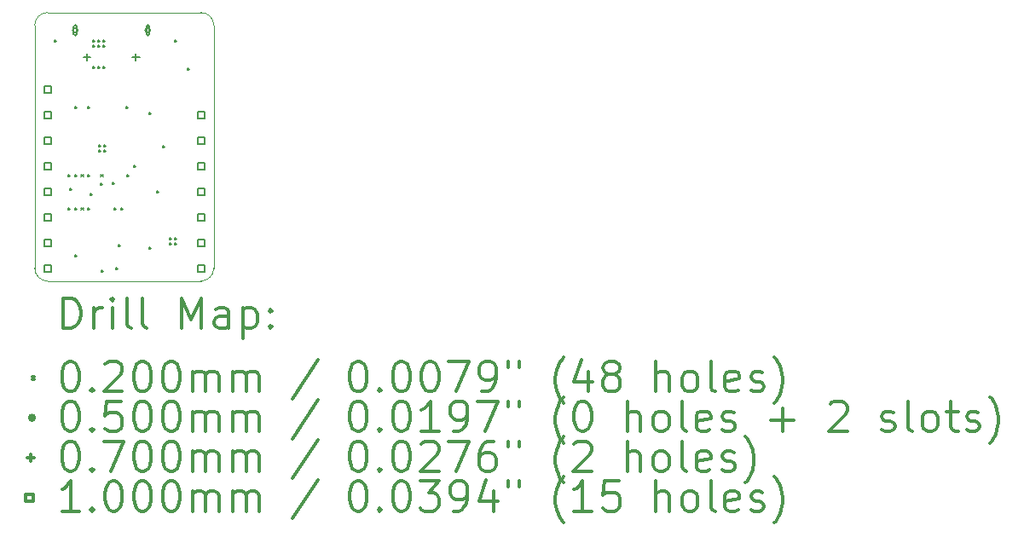
<source format=gbr>
%FSLAX45Y45*%
G04 Gerber Fmt 4.5, Leading zero omitted, Abs format (unit mm)*
G04 Created by KiCad (PCBNEW (5.1.10)-1) date 2021-11-12 00:24:01*
%MOMM*%
%LPD*%
G01*
G04 APERTURE LIST*
%TA.AperFunction,Profile*%
%ADD10C,0.050000*%
%TD*%
%ADD11C,0.200000*%
%ADD12C,0.300000*%
G04 APERTURE END LIST*
D10*
X10287000Y-7239000D02*
G75*
G02*
X10414000Y-7112000I127000J0D01*
G01*
X11938000Y-7112000D02*
G75*
G02*
X12065000Y-7239000I0J-127000D01*
G01*
X12065000Y-9652000D02*
G75*
G02*
X11938000Y-9779000I-127000J0D01*
G01*
X10414000Y-9779000D02*
G75*
G02*
X10287000Y-9652000I0J127000D01*
G01*
X10287000Y-7239000D02*
X10287000Y-9652000D01*
X11938000Y-7112000D02*
X10414000Y-7112000D01*
X12065000Y-9652000D02*
X12065000Y-7239000D01*
X10414000Y-9779000D02*
X11938000Y-9779000D01*
D11*
X10480200Y-7381400D02*
X10500200Y-7401400D01*
X10500200Y-7381400D02*
X10480200Y-7401400D01*
X10620000Y-8720000D02*
X10640000Y-8740000D01*
X10640000Y-8720000D02*
X10620000Y-8740000D01*
X10620000Y-9050000D02*
X10640000Y-9070000D01*
X10640000Y-9050000D02*
X10620000Y-9070000D01*
X10632600Y-8854600D02*
X10652600Y-8874600D01*
X10652600Y-8854600D02*
X10632600Y-8874600D01*
X10683400Y-8041800D02*
X10703400Y-8061800D01*
X10703400Y-8041800D02*
X10683400Y-8061800D01*
X10683400Y-9515000D02*
X10703400Y-9535000D01*
X10703400Y-9515000D02*
X10683400Y-9535000D01*
X10685000Y-8720000D02*
X10705000Y-8740000D01*
X10705000Y-8720000D02*
X10685000Y-8740000D01*
X10685000Y-9050000D02*
X10705000Y-9070000D01*
X10705000Y-9050000D02*
X10685000Y-9070000D01*
X10750000Y-8720000D02*
X10770000Y-8740000D01*
X10770000Y-8720000D02*
X10750000Y-8740000D01*
X10750000Y-9050000D02*
X10770000Y-9070000D01*
X10770000Y-9050000D02*
X10750000Y-9070000D01*
X10810400Y-8041800D02*
X10830400Y-8061800D01*
X10830400Y-8041800D02*
X10810400Y-8061800D01*
X10815000Y-8720000D02*
X10835000Y-8740000D01*
X10835000Y-8720000D02*
X10815000Y-8740000D01*
X10815000Y-9050000D02*
X10835000Y-9070000D01*
X10835000Y-9050000D02*
X10815000Y-9070000D01*
X10835800Y-8905400D02*
X10855800Y-8925400D01*
X10855800Y-8905400D02*
X10835800Y-8925400D01*
X10861200Y-7381400D02*
X10881200Y-7401400D01*
X10881200Y-7381400D02*
X10861200Y-7401400D01*
X10861200Y-7432200D02*
X10881200Y-7452200D01*
X10881200Y-7432200D02*
X10861200Y-7452200D01*
X10861200Y-7648100D02*
X10881200Y-7668100D01*
X10881200Y-7648100D02*
X10861200Y-7668100D01*
X10912000Y-7381400D02*
X10932000Y-7401400D01*
X10932000Y-7381400D02*
X10912000Y-7401400D01*
X10912000Y-7432200D02*
X10932000Y-7452200D01*
X10932000Y-7432200D02*
X10912000Y-7452200D01*
X10912000Y-7648100D02*
X10932000Y-7668100D01*
X10932000Y-7648100D02*
X10912000Y-7668100D01*
X10924700Y-8422800D02*
X10944700Y-8442800D01*
X10944700Y-8422800D02*
X10924700Y-8442800D01*
X10924700Y-8473600D02*
X10944700Y-8493600D01*
X10944700Y-8473600D02*
X10924700Y-8493600D01*
X10937400Y-8803800D02*
X10957400Y-8823800D01*
X10957400Y-8803800D02*
X10937400Y-8823800D01*
X10945000Y-8720000D02*
X10965000Y-8740000D01*
X10965000Y-8720000D02*
X10945000Y-8740000D01*
X10950100Y-9667400D02*
X10970100Y-9687400D01*
X10970100Y-9667400D02*
X10950100Y-9687400D01*
X10962800Y-7381400D02*
X10982800Y-7401400D01*
X10982800Y-7381400D02*
X10962800Y-7401400D01*
X10962800Y-7432200D02*
X10982800Y-7452200D01*
X10982800Y-7432200D02*
X10962800Y-7452200D01*
X10962800Y-7648100D02*
X10982800Y-7668100D01*
X10982800Y-7648100D02*
X10962800Y-7668100D01*
X10975500Y-8422800D02*
X10995500Y-8442800D01*
X10995500Y-8422800D02*
X10975500Y-8442800D01*
X10975500Y-8473600D02*
X10995500Y-8493600D01*
X10995500Y-8473600D02*
X10975500Y-8493600D01*
X11058954Y-8798354D02*
X11078954Y-8818354D01*
X11078954Y-8798354D02*
X11058954Y-8818354D01*
X11075000Y-9050000D02*
X11095000Y-9070000D01*
X11095000Y-9050000D02*
X11075000Y-9070000D01*
X11089800Y-9642000D02*
X11109800Y-9662000D01*
X11109800Y-9642000D02*
X11089800Y-9662000D01*
X11115200Y-9413400D02*
X11135200Y-9433400D01*
X11135200Y-9413400D02*
X11115200Y-9433400D01*
X11140000Y-9050000D02*
X11160000Y-9070000D01*
X11160000Y-9050000D02*
X11140000Y-9070000D01*
X11191400Y-8041800D02*
X11211400Y-8061800D01*
X11211400Y-8041800D02*
X11191400Y-8061800D01*
X11204500Y-8720000D02*
X11224500Y-8740000D01*
X11224500Y-8720000D02*
X11204500Y-8740000D01*
X11267600Y-8626000D02*
X11287600Y-8646000D01*
X11287600Y-8626000D02*
X11267600Y-8646000D01*
X11420000Y-8105300D02*
X11440000Y-8125300D01*
X11440000Y-8105300D02*
X11420000Y-8125300D01*
X11420000Y-9438800D02*
X11440000Y-9458800D01*
X11440000Y-9438800D02*
X11420000Y-9458800D01*
X11496200Y-8880000D02*
X11516200Y-8900000D01*
X11516200Y-8880000D02*
X11496200Y-8900000D01*
X11559700Y-8435500D02*
X11579700Y-8455500D01*
X11579700Y-8435500D02*
X11559700Y-8455500D01*
X11623200Y-9349900D02*
X11643200Y-9369900D01*
X11643200Y-9349900D02*
X11623200Y-9369900D01*
X11623200Y-9400700D02*
X11643200Y-9420700D01*
X11643200Y-9400700D02*
X11623200Y-9420700D01*
X11674000Y-7381400D02*
X11694000Y-7401400D01*
X11694000Y-7381400D02*
X11674000Y-7401400D01*
X11674000Y-9349900D02*
X11694000Y-9369900D01*
X11694000Y-9349900D02*
X11674000Y-9369900D01*
X11674000Y-9400700D02*
X11694000Y-9420700D01*
X11694000Y-9400700D02*
X11674000Y-9420700D01*
X11801000Y-7660800D02*
X11821000Y-7680800D01*
X11821000Y-7660800D02*
X11801000Y-7680800D01*
X10714000Y-7287000D02*
G75*
G03*
X10714000Y-7287000I-25000J0D01*
G01*
X10674000Y-7247000D02*
X10674000Y-7327000D01*
X10704000Y-7247000D02*
X10704000Y-7327000D01*
X10674000Y-7327000D02*
G75*
G03*
X10704000Y-7327000I15000J0D01*
G01*
X10704000Y-7247000D02*
G75*
G03*
X10674000Y-7247000I-15000J0D01*
G01*
X11434000Y-7287000D02*
G75*
G03*
X11434000Y-7287000I-25000J0D01*
G01*
X11394000Y-7247000D02*
X11394000Y-7327000D01*
X11424000Y-7247000D02*
X11424000Y-7327000D01*
X11394000Y-7327000D02*
G75*
G03*
X11424000Y-7327000I15000J0D01*
G01*
X11424000Y-7247000D02*
G75*
G03*
X11394000Y-7247000I-15000J0D01*
G01*
X10806500Y-7517000D02*
X10806500Y-7587000D01*
X10771500Y-7552000D02*
X10841500Y-7552000D01*
X11291500Y-7517000D02*
X11291500Y-7587000D01*
X11256500Y-7552000D02*
X11326500Y-7552000D01*
X10449356Y-7909356D02*
X10449356Y-7838644D01*
X10378644Y-7838644D01*
X10378644Y-7909356D01*
X10449356Y-7909356D01*
X10449356Y-8163356D02*
X10449356Y-8092644D01*
X10378644Y-8092644D01*
X10378644Y-8163356D01*
X10449356Y-8163356D01*
X10449356Y-8417356D02*
X10449356Y-8346644D01*
X10378644Y-8346644D01*
X10378644Y-8417356D01*
X10449356Y-8417356D01*
X10449356Y-8671356D02*
X10449356Y-8600644D01*
X10378644Y-8600644D01*
X10378644Y-8671356D01*
X10449356Y-8671356D01*
X10449356Y-8925356D02*
X10449356Y-8854644D01*
X10378644Y-8854644D01*
X10378644Y-8925356D01*
X10449356Y-8925356D01*
X10449356Y-9179356D02*
X10449356Y-9108644D01*
X10378644Y-9108644D01*
X10378644Y-9179356D01*
X10449356Y-9179356D01*
X10449356Y-9433356D02*
X10449356Y-9362644D01*
X10378644Y-9362644D01*
X10378644Y-9433356D01*
X10449356Y-9433356D01*
X10449356Y-9687356D02*
X10449356Y-9616644D01*
X10378644Y-9616644D01*
X10378644Y-9687356D01*
X10449356Y-9687356D01*
X11973356Y-8163356D02*
X11973356Y-8092644D01*
X11902644Y-8092644D01*
X11902644Y-8163356D01*
X11973356Y-8163356D01*
X11973356Y-8417356D02*
X11973356Y-8346644D01*
X11902644Y-8346644D01*
X11902644Y-8417356D01*
X11973356Y-8417356D01*
X11973356Y-8671356D02*
X11973356Y-8600644D01*
X11902644Y-8600644D01*
X11902644Y-8671356D01*
X11973356Y-8671356D01*
X11973356Y-8925356D02*
X11973356Y-8854644D01*
X11902644Y-8854644D01*
X11902644Y-8925356D01*
X11973356Y-8925356D01*
X11973356Y-9179356D02*
X11973356Y-9108644D01*
X11902644Y-9108644D01*
X11902644Y-9179356D01*
X11973356Y-9179356D01*
X11973356Y-9433356D02*
X11973356Y-9362644D01*
X11902644Y-9362644D01*
X11902644Y-9433356D01*
X11973356Y-9433356D01*
X11973356Y-9687356D02*
X11973356Y-9616644D01*
X11902644Y-9616644D01*
X11902644Y-9687356D01*
X11973356Y-9687356D01*
D12*
X10570928Y-10247214D02*
X10570928Y-9947214D01*
X10642357Y-9947214D01*
X10685214Y-9961500D01*
X10713786Y-9990072D01*
X10728071Y-10018643D01*
X10742357Y-10075786D01*
X10742357Y-10118643D01*
X10728071Y-10175786D01*
X10713786Y-10204357D01*
X10685214Y-10232929D01*
X10642357Y-10247214D01*
X10570928Y-10247214D01*
X10870928Y-10247214D02*
X10870928Y-10047214D01*
X10870928Y-10104357D02*
X10885214Y-10075786D01*
X10899500Y-10061500D01*
X10928071Y-10047214D01*
X10956643Y-10047214D01*
X11056643Y-10247214D02*
X11056643Y-10047214D01*
X11056643Y-9947214D02*
X11042357Y-9961500D01*
X11056643Y-9975786D01*
X11070928Y-9961500D01*
X11056643Y-9947214D01*
X11056643Y-9975786D01*
X11242357Y-10247214D02*
X11213786Y-10232929D01*
X11199500Y-10204357D01*
X11199500Y-9947214D01*
X11399500Y-10247214D02*
X11370928Y-10232929D01*
X11356643Y-10204357D01*
X11356643Y-9947214D01*
X11742357Y-10247214D02*
X11742357Y-9947214D01*
X11842357Y-10161500D01*
X11942357Y-9947214D01*
X11942357Y-10247214D01*
X12213786Y-10247214D02*
X12213786Y-10090072D01*
X12199500Y-10061500D01*
X12170928Y-10047214D01*
X12113786Y-10047214D01*
X12085214Y-10061500D01*
X12213786Y-10232929D02*
X12185214Y-10247214D01*
X12113786Y-10247214D01*
X12085214Y-10232929D01*
X12070928Y-10204357D01*
X12070928Y-10175786D01*
X12085214Y-10147214D01*
X12113786Y-10132929D01*
X12185214Y-10132929D01*
X12213786Y-10118643D01*
X12356643Y-10047214D02*
X12356643Y-10347214D01*
X12356643Y-10061500D02*
X12385214Y-10047214D01*
X12442357Y-10047214D01*
X12470928Y-10061500D01*
X12485214Y-10075786D01*
X12499500Y-10104357D01*
X12499500Y-10190072D01*
X12485214Y-10218643D01*
X12470928Y-10232929D01*
X12442357Y-10247214D01*
X12385214Y-10247214D01*
X12356643Y-10232929D01*
X12628071Y-10218643D02*
X12642357Y-10232929D01*
X12628071Y-10247214D01*
X12613786Y-10232929D01*
X12628071Y-10218643D01*
X12628071Y-10247214D01*
X12628071Y-10061500D02*
X12642357Y-10075786D01*
X12628071Y-10090072D01*
X12613786Y-10075786D01*
X12628071Y-10061500D01*
X12628071Y-10090072D01*
X10264500Y-10731500D02*
X10284500Y-10751500D01*
X10284500Y-10731500D02*
X10264500Y-10751500D01*
X10628071Y-10577214D02*
X10656643Y-10577214D01*
X10685214Y-10591500D01*
X10699500Y-10605786D01*
X10713786Y-10634357D01*
X10728071Y-10691500D01*
X10728071Y-10762929D01*
X10713786Y-10820072D01*
X10699500Y-10848643D01*
X10685214Y-10862929D01*
X10656643Y-10877214D01*
X10628071Y-10877214D01*
X10599500Y-10862929D01*
X10585214Y-10848643D01*
X10570928Y-10820072D01*
X10556643Y-10762929D01*
X10556643Y-10691500D01*
X10570928Y-10634357D01*
X10585214Y-10605786D01*
X10599500Y-10591500D01*
X10628071Y-10577214D01*
X10856643Y-10848643D02*
X10870928Y-10862929D01*
X10856643Y-10877214D01*
X10842357Y-10862929D01*
X10856643Y-10848643D01*
X10856643Y-10877214D01*
X10985214Y-10605786D02*
X10999500Y-10591500D01*
X11028071Y-10577214D01*
X11099500Y-10577214D01*
X11128071Y-10591500D01*
X11142357Y-10605786D01*
X11156643Y-10634357D01*
X11156643Y-10662929D01*
X11142357Y-10705786D01*
X10970928Y-10877214D01*
X11156643Y-10877214D01*
X11342357Y-10577214D02*
X11370928Y-10577214D01*
X11399500Y-10591500D01*
X11413786Y-10605786D01*
X11428071Y-10634357D01*
X11442357Y-10691500D01*
X11442357Y-10762929D01*
X11428071Y-10820072D01*
X11413786Y-10848643D01*
X11399500Y-10862929D01*
X11370928Y-10877214D01*
X11342357Y-10877214D01*
X11313786Y-10862929D01*
X11299500Y-10848643D01*
X11285214Y-10820072D01*
X11270928Y-10762929D01*
X11270928Y-10691500D01*
X11285214Y-10634357D01*
X11299500Y-10605786D01*
X11313786Y-10591500D01*
X11342357Y-10577214D01*
X11628071Y-10577214D02*
X11656643Y-10577214D01*
X11685214Y-10591500D01*
X11699500Y-10605786D01*
X11713786Y-10634357D01*
X11728071Y-10691500D01*
X11728071Y-10762929D01*
X11713786Y-10820072D01*
X11699500Y-10848643D01*
X11685214Y-10862929D01*
X11656643Y-10877214D01*
X11628071Y-10877214D01*
X11599500Y-10862929D01*
X11585214Y-10848643D01*
X11570928Y-10820072D01*
X11556643Y-10762929D01*
X11556643Y-10691500D01*
X11570928Y-10634357D01*
X11585214Y-10605786D01*
X11599500Y-10591500D01*
X11628071Y-10577214D01*
X11856643Y-10877214D02*
X11856643Y-10677214D01*
X11856643Y-10705786D02*
X11870928Y-10691500D01*
X11899500Y-10677214D01*
X11942357Y-10677214D01*
X11970928Y-10691500D01*
X11985214Y-10720072D01*
X11985214Y-10877214D01*
X11985214Y-10720072D02*
X11999500Y-10691500D01*
X12028071Y-10677214D01*
X12070928Y-10677214D01*
X12099500Y-10691500D01*
X12113786Y-10720072D01*
X12113786Y-10877214D01*
X12256643Y-10877214D02*
X12256643Y-10677214D01*
X12256643Y-10705786D02*
X12270928Y-10691500D01*
X12299500Y-10677214D01*
X12342357Y-10677214D01*
X12370928Y-10691500D01*
X12385214Y-10720072D01*
X12385214Y-10877214D01*
X12385214Y-10720072D02*
X12399500Y-10691500D01*
X12428071Y-10677214D01*
X12470928Y-10677214D01*
X12499500Y-10691500D01*
X12513786Y-10720072D01*
X12513786Y-10877214D01*
X13099500Y-10562929D02*
X12842357Y-10948643D01*
X13485214Y-10577214D02*
X13513786Y-10577214D01*
X13542357Y-10591500D01*
X13556643Y-10605786D01*
X13570928Y-10634357D01*
X13585214Y-10691500D01*
X13585214Y-10762929D01*
X13570928Y-10820072D01*
X13556643Y-10848643D01*
X13542357Y-10862929D01*
X13513786Y-10877214D01*
X13485214Y-10877214D01*
X13456643Y-10862929D01*
X13442357Y-10848643D01*
X13428071Y-10820072D01*
X13413786Y-10762929D01*
X13413786Y-10691500D01*
X13428071Y-10634357D01*
X13442357Y-10605786D01*
X13456643Y-10591500D01*
X13485214Y-10577214D01*
X13713786Y-10848643D02*
X13728071Y-10862929D01*
X13713786Y-10877214D01*
X13699500Y-10862929D01*
X13713786Y-10848643D01*
X13713786Y-10877214D01*
X13913786Y-10577214D02*
X13942357Y-10577214D01*
X13970928Y-10591500D01*
X13985214Y-10605786D01*
X13999500Y-10634357D01*
X14013786Y-10691500D01*
X14013786Y-10762929D01*
X13999500Y-10820072D01*
X13985214Y-10848643D01*
X13970928Y-10862929D01*
X13942357Y-10877214D01*
X13913786Y-10877214D01*
X13885214Y-10862929D01*
X13870928Y-10848643D01*
X13856643Y-10820072D01*
X13842357Y-10762929D01*
X13842357Y-10691500D01*
X13856643Y-10634357D01*
X13870928Y-10605786D01*
X13885214Y-10591500D01*
X13913786Y-10577214D01*
X14199500Y-10577214D02*
X14228071Y-10577214D01*
X14256643Y-10591500D01*
X14270928Y-10605786D01*
X14285214Y-10634357D01*
X14299500Y-10691500D01*
X14299500Y-10762929D01*
X14285214Y-10820072D01*
X14270928Y-10848643D01*
X14256643Y-10862929D01*
X14228071Y-10877214D01*
X14199500Y-10877214D01*
X14170928Y-10862929D01*
X14156643Y-10848643D01*
X14142357Y-10820072D01*
X14128071Y-10762929D01*
X14128071Y-10691500D01*
X14142357Y-10634357D01*
X14156643Y-10605786D01*
X14170928Y-10591500D01*
X14199500Y-10577214D01*
X14399500Y-10577214D02*
X14599500Y-10577214D01*
X14470928Y-10877214D01*
X14728071Y-10877214D02*
X14785214Y-10877214D01*
X14813786Y-10862929D01*
X14828071Y-10848643D01*
X14856643Y-10805786D01*
X14870928Y-10748643D01*
X14870928Y-10634357D01*
X14856643Y-10605786D01*
X14842357Y-10591500D01*
X14813786Y-10577214D01*
X14756643Y-10577214D01*
X14728071Y-10591500D01*
X14713786Y-10605786D01*
X14699500Y-10634357D01*
X14699500Y-10705786D01*
X14713786Y-10734357D01*
X14728071Y-10748643D01*
X14756643Y-10762929D01*
X14813786Y-10762929D01*
X14842357Y-10748643D01*
X14856643Y-10734357D01*
X14870928Y-10705786D01*
X14985214Y-10577214D02*
X14985214Y-10634357D01*
X15099500Y-10577214D02*
X15099500Y-10634357D01*
X15542357Y-10991500D02*
X15528071Y-10977214D01*
X15499500Y-10934357D01*
X15485214Y-10905786D01*
X15470928Y-10862929D01*
X15456643Y-10791500D01*
X15456643Y-10734357D01*
X15470928Y-10662929D01*
X15485214Y-10620072D01*
X15499500Y-10591500D01*
X15528071Y-10548643D01*
X15542357Y-10534357D01*
X15785214Y-10677214D02*
X15785214Y-10877214D01*
X15713786Y-10562929D02*
X15642357Y-10777214D01*
X15828071Y-10777214D01*
X15985214Y-10705786D02*
X15956643Y-10691500D01*
X15942357Y-10677214D01*
X15928071Y-10648643D01*
X15928071Y-10634357D01*
X15942357Y-10605786D01*
X15956643Y-10591500D01*
X15985214Y-10577214D01*
X16042357Y-10577214D01*
X16070928Y-10591500D01*
X16085214Y-10605786D01*
X16099500Y-10634357D01*
X16099500Y-10648643D01*
X16085214Y-10677214D01*
X16070928Y-10691500D01*
X16042357Y-10705786D01*
X15985214Y-10705786D01*
X15956643Y-10720072D01*
X15942357Y-10734357D01*
X15928071Y-10762929D01*
X15928071Y-10820072D01*
X15942357Y-10848643D01*
X15956643Y-10862929D01*
X15985214Y-10877214D01*
X16042357Y-10877214D01*
X16070928Y-10862929D01*
X16085214Y-10848643D01*
X16099500Y-10820072D01*
X16099500Y-10762929D01*
X16085214Y-10734357D01*
X16070928Y-10720072D01*
X16042357Y-10705786D01*
X16456643Y-10877214D02*
X16456643Y-10577214D01*
X16585214Y-10877214D02*
X16585214Y-10720072D01*
X16570928Y-10691500D01*
X16542357Y-10677214D01*
X16499500Y-10677214D01*
X16470928Y-10691500D01*
X16456643Y-10705786D01*
X16770928Y-10877214D02*
X16742357Y-10862929D01*
X16728071Y-10848643D01*
X16713786Y-10820072D01*
X16713786Y-10734357D01*
X16728071Y-10705786D01*
X16742357Y-10691500D01*
X16770928Y-10677214D01*
X16813786Y-10677214D01*
X16842357Y-10691500D01*
X16856643Y-10705786D01*
X16870928Y-10734357D01*
X16870928Y-10820072D01*
X16856643Y-10848643D01*
X16842357Y-10862929D01*
X16813786Y-10877214D01*
X16770928Y-10877214D01*
X17042357Y-10877214D02*
X17013786Y-10862929D01*
X16999500Y-10834357D01*
X16999500Y-10577214D01*
X17270928Y-10862929D02*
X17242357Y-10877214D01*
X17185214Y-10877214D01*
X17156643Y-10862929D01*
X17142357Y-10834357D01*
X17142357Y-10720072D01*
X17156643Y-10691500D01*
X17185214Y-10677214D01*
X17242357Y-10677214D01*
X17270928Y-10691500D01*
X17285214Y-10720072D01*
X17285214Y-10748643D01*
X17142357Y-10777214D01*
X17399500Y-10862929D02*
X17428071Y-10877214D01*
X17485214Y-10877214D01*
X17513786Y-10862929D01*
X17528071Y-10834357D01*
X17528071Y-10820072D01*
X17513786Y-10791500D01*
X17485214Y-10777214D01*
X17442357Y-10777214D01*
X17413786Y-10762929D01*
X17399500Y-10734357D01*
X17399500Y-10720072D01*
X17413786Y-10691500D01*
X17442357Y-10677214D01*
X17485214Y-10677214D01*
X17513786Y-10691500D01*
X17628071Y-10991500D02*
X17642357Y-10977214D01*
X17670928Y-10934357D01*
X17685214Y-10905786D01*
X17699500Y-10862929D01*
X17713786Y-10791500D01*
X17713786Y-10734357D01*
X17699500Y-10662929D01*
X17685214Y-10620072D01*
X17670928Y-10591500D01*
X17642357Y-10548643D01*
X17628071Y-10534357D01*
X10284500Y-11137500D02*
G75*
G03*
X10284500Y-11137500I-25000J0D01*
G01*
X10628071Y-10973214D02*
X10656643Y-10973214D01*
X10685214Y-10987500D01*
X10699500Y-11001786D01*
X10713786Y-11030357D01*
X10728071Y-11087500D01*
X10728071Y-11158929D01*
X10713786Y-11216071D01*
X10699500Y-11244643D01*
X10685214Y-11258929D01*
X10656643Y-11273214D01*
X10628071Y-11273214D01*
X10599500Y-11258929D01*
X10585214Y-11244643D01*
X10570928Y-11216071D01*
X10556643Y-11158929D01*
X10556643Y-11087500D01*
X10570928Y-11030357D01*
X10585214Y-11001786D01*
X10599500Y-10987500D01*
X10628071Y-10973214D01*
X10856643Y-11244643D02*
X10870928Y-11258929D01*
X10856643Y-11273214D01*
X10842357Y-11258929D01*
X10856643Y-11244643D01*
X10856643Y-11273214D01*
X11142357Y-10973214D02*
X10999500Y-10973214D01*
X10985214Y-11116072D01*
X10999500Y-11101786D01*
X11028071Y-11087500D01*
X11099500Y-11087500D01*
X11128071Y-11101786D01*
X11142357Y-11116072D01*
X11156643Y-11144643D01*
X11156643Y-11216071D01*
X11142357Y-11244643D01*
X11128071Y-11258929D01*
X11099500Y-11273214D01*
X11028071Y-11273214D01*
X10999500Y-11258929D01*
X10985214Y-11244643D01*
X11342357Y-10973214D02*
X11370928Y-10973214D01*
X11399500Y-10987500D01*
X11413786Y-11001786D01*
X11428071Y-11030357D01*
X11442357Y-11087500D01*
X11442357Y-11158929D01*
X11428071Y-11216071D01*
X11413786Y-11244643D01*
X11399500Y-11258929D01*
X11370928Y-11273214D01*
X11342357Y-11273214D01*
X11313786Y-11258929D01*
X11299500Y-11244643D01*
X11285214Y-11216071D01*
X11270928Y-11158929D01*
X11270928Y-11087500D01*
X11285214Y-11030357D01*
X11299500Y-11001786D01*
X11313786Y-10987500D01*
X11342357Y-10973214D01*
X11628071Y-10973214D02*
X11656643Y-10973214D01*
X11685214Y-10987500D01*
X11699500Y-11001786D01*
X11713786Y-11030357D01*
X11728071Y-11087500D01*
X11728071Y-11158929D01*
X11713786Y-11216071D01*
X11699500Y-11244643D01*
X11685214Y-11258929D01*
X11656643Y-11273214D01*
X11628071Y-11273214D01*
X11599500Y-11258929D01*
X11585214Y-11244643D01*
X11570928Y-11216071D01*
X11556643Y-11158929D01*
X11556643Y-11087500D01*
X11570928Y-11030357D01*
X11585214Y-11001786D01*
X11599500Y-10987500D01*
X11628071Y-10973214D01*
X11856643Y-11273214D02*
X11856643Y-11073214D01*
X11856643Y-11101786D02*
X11870928Y-11087500D01*
X11899500Y-11073214D01*
X11942357Y-11073214D01*
X11970928Y-11087500D01*
X11985214Y-11116072D01*
X11985214Y-11273214D01*
X11985214Y-11116072D02*
X11999500Y-11087500D01*
X12028071Y-11073214D01*
X12070928Y-11073214D01*
X12099500Y-11087500D01*
X12113786Y-11116072D01*
X12113786Y-11273214D01*
X12256643Y-11273214D02*
X12256643Y-11073214D01*
X12256643Y-11101786D02*
X12270928Y-11087500D01*
X12299500Y-11073214D01*
X12342357Y-11073214D01*
X12370928Y-11087500D01*
X12385214Y-11116072D01*
X12385214Y-11273214D01*
X12385214Y-11116072D02*
X12399500Y-11087500D01*
X12428071Y-11073214D01*
X12470928Y-11073214D01*
X12499500Y-11087500D01*
X12513786Y-11116072D01*
X12513786Y-11273214D01*
X13099500Y-10958929D02*
X12842357Y-11344643D01*
X13485214Y-10973214D02*
X13513786Y-10973214D01*
X13542357Y-10987500D01*
X13556643Y-11001786D01*
X13570928Y-11030357D01*
X13585214Y-11087500D01*
X13585214Y-11158929D01*
X13570928Y-11216071D01*
X13556643Y-11244643D01*
X13542357Y-11258929D01*
X13513786Y-11273214D01*
X13485214Y-11273214D01*
X13456643Y-11258929D01*
X13442357Y-11244643D01*
X13428071Y-11216071D01*
X13413786Y-11158929D01*
X13413786Y-11087500D01*
X13428071Y-11030357D01*
X13442357Y-11001786D01*
X13456643Y-10987500D01*
X13485214Y-10973214D01*
X13713786Y-11244643D02*
X13728071Y-11258929D01*
X13713786Y-11273214D01*
X13699500Y-11258929D01*
X13713786Y-11244643D01*
X13713786Y-11273214D01*
X13913786Y-10973214D02*
X13942357Y-10973214D01*
X13970928Y-10987500D01*
X13985214Y-11001786D01*
X13999500Y-11030357D01*
X14013786Y-11087500D01*
X14013786Y-11158929D01*
X13999500Y-11216071D01*
X13985214Y-11244643D01*
X13970928Y-11258929D01*
X13942357Y-11273214D01*
X13913786Y-11273214D01*
X13885214Y-11258929D01*
X13870928Y-11244643D01*
X13856643Y-11216071D01*
X13842357Y-11158929D01*
X13842357Y-11087500D01*
X13856643Y-11030357D01*
X13870928Y-11001786D01*
X13885214Y-10987500D01*
X13913786Y-10973214D01*
X14299500Y-11273214D02*
X14128071Y-11273214D01*
X14213786Y-11273214D02*
X14213786Y-10973214D01*
X14185214Y-11016072D01*
X14156643Y-11044643D01*
X14128071Y-11058929D01*
X14442357Y-11273214D02*
X14499500Y-11273214D01*
X14528071Y-11258929D01*
X14542357Y-11244643D01*
X14570928Y-11201786D01*
X14585214Y-11144643D01*
X14585214Y-11030357D01*
X14570928Y-11001786D01*
X14556643Y-10987500D01*
X14528071Y-10973214D01*
X14470928Y-10973214D01*
X14442357Y-10987500D01*
X14428071Y-11001786D01*
X14413786Y-11030357D01*
X14413786Y-11101786D01*
X14428071Y-11130357D01*
X14442357Y-11144643D01*
X14470928Y-11158929D01*
X14528071Y-11158929D01*
X14556643Y-11144643D01*
X14570928Y-11130357D01*
X14585214Y-11101786D01*
X14685214Y-10973214D02*
X14885214Y-10973214D01*
X14756643Y-11273214D01*
X14985214Y-10973214D02*
X14985214Y-11030357D01*
X15099500Y-10973214D02*
X15099500Y-11030357D01*
X15542357Y-11387500D02*
X15528071Y-11373214D01*
X15499500Y-11330357D01*
X15485214Y-11301786D01*
X15470928Y-11258929D01*
X15456643Y-11187500D01*
X15456643Y-11130357D01*
X15470928Y-11058929D01*
X15485214Y-11016072D01*
X15499500Y-10987500D01*
X15528071Y-10944643D01*
X15542357Y-10930357D01*
X15713786Y-10973214D02*
X15742357Y-10973214D01*
X15770928Y-10987500D01*
X15785214Y-11001786D01*
X15799500Y-11030357D01*
X15813786Y-11087500D01*
X15813786Y-11158929D01*
X15799500Y-11216071D01*
X15785214Y-11244643D01*
X15770928Y-11258929D01*
X15742357Y-11273214D01*
X15713786Y-11273214D01*
X15685214Y-11258929D01*
X15670928Y-11244643D01*
X15656643Y-11216071D01*
X15642357Y-11158929D01*
X15642357Y-11087500D01*
X15656643Y-11030357D01*
X15670928Y-11001786D01*
X15685214Y-10987500D01*
X15713786Y-10973214D01*
X16170928Y-11273214D02*
X16170928Y-10973214D01*
X16299500Y-11273214D02*
X16299500Y-11116072D01*
X16285214Y-11087500D01*
X16256643Y-11073214D01*
X16213786Y-11073214D01*
X16185214Y-11087500D01*
X16170928Y-11101786D01*
X16485214Y-11273214D02*
X16456643Y-11258929D01*
X16442357Y-11244643D01*
X16428071Y-11216071D01*
X16428071Y-11130357D01*
X16442357Y-11101786D01*
X16456643Y-11087500D01*
X16485214Y-11073214D01*
X16528071Y-11073214D01*
X16556643Y-11087500D01*
X16570928Y-11101786D01*
X16585214Y-11130357D01*
X16585214Y-11216071D01*
X16570928Y-11244643D01*
X16556643Y-11258929D01*
X16528071Y-11273214D01*
X16485214Y-11273214D01*
X16756643Y-11273214D02*
X16728071Y-11258929D01*
X16713786Y-11230357D01*
X16713786Y-10973214D01*
X16985214Y-11258929D02*
X16956643Y-11273214D01*
X16899500Y-11273214D01*
X16870928Y-11258929D01*
X16856643Y-11230357D01*
X16856643Y-11116072D01*
X16870928Y-11087500D01*
X16899500Y-11073214D01*
X16956643Y-11073214D01*
X16985214Y-11087500D01*
X16999500Y-11116072D01*
X16999500Y-11144643D01*
X16856643Y-11173214D01*
X17113786Y-11258929D02*
X17142357Y-11273214D01*
X17199500Y-11273214D01*
X17228071Y-11258929D01*
X17242357Y-11230357D01*
X17242357Y-11216071D01*
X17228071Y-11187500D01*
X17199500Y-11173214D01*
X17156643Y-11173214D01*
X17128071Y-11158929D01*
X17113786Y-11130357D01*
X17113786Y-11116072D01*
X17128071Y-11087500D01*
X17156643Y-11073214D01*
X17199500Y-11073214D01*
X17228071Y-11087500D01*
X17599500Y-11158929D02*
X17828071Y-11158929D01*
X17713786Y-11273214D02*
X17713786Y-11044643D01*
X18185214Y-11001786D02*
X18199500Y-10987500D01*
X18228071Y-10973214D01*
X18299500Y-10973214D01*
X18328071Y-10987500D01*
X18342357Y-11001786D01*
X18356643Y-11030357D01*
X18356643Y-11058929D01*
X18342357Y-11101786D01*
X18170928Y-11273214D01*
X18356643Y-11273214D01*
X18699500Y-11258929D02*
X18728071Y-11273214D01*
X18785214Y-11273214D01*
X18813786Y-11258929D01*
X18828071Y-11230357D01*
X18828071Y-11216071D01*
X18813786Y-11187500D01*
X18785214Y-11173214D01*
X18742357Y-11173214D01*
X18713786Y-11158929D01*
X18699500Y-11130357D01*
X18699500Y-11116072D01*
X18713786Y-11087500D01*
X18742357Y-11073214D01*
X18785214Y-11073214D01*
X18813786Y-11087500D01*
X18999500Y-11273214D02*
X18970928Y-11258929D01*
X18956643Y-11230357D01*
X18956643Y-10973214D01*
X19156643Y-11273214D02*
X19128071Y-11258929D01*
X19113786Y-11244643D01*
X19099500Y-11216071D01*
X19099500Y-11130357D01*
X19113786Y-11101786D01*
X19128071Y-11087500D01*
X19156643Y-11073214D01*
X19199500Y-11073214D01*
X19228071Y-11087500D01*
X19242357Y-11101786D01*
X19256643Y-11130357D01*
X19256643Y-11216071D01*
X19242357Y-11244643D01*
X19228071Y-11258929D01*
X19199500Y-11273214D01*
X19156643Y-11273214D01*
X19342357Y-11073214D02*
X19456643Y-11073214D01*
X19385214Y-10973214D02*
X19385214Y-11230357D01*
X19399500Y-11258929D01*
X19428071Y-11273214D01*
X19456643Y-11273214D01*
X19542357Y-11258929D02*
X19570928Y-11273214D01*
X19628071Y-11273214D01*
X19656643Y-11258929D01*
X19670928Y-11230357D01*
X19670928Y-11216071D01*
X19656643Y-11187500D01*
X19628071Y-11173214D01*
X19585214Y-11173214D01*
X19556643Y-11158929D01*
X19542357Y-11130357D01*
X19542357Y-11116072D01*
X19556643Y-11087500D01*
X19585214Y-11073214D01*
X19628071Y-11073214D01*
X19656643Y-11087500D01*
X19770928Y-11387500D02*
X19785214Y-11373214D01*
X19813786Y-11330357D01*
X19828071Y-11301786D01*
X19842357Y-11258929D01*
X19856643Y-11187500D01*
X19856643Y-11130357D01*
X19842357Y-11058929D01*
X19828071Y-11016072D01*
X19813786Y-10987500D01*
X19785214Y-10944643D01*
X19770928Y-10930357D01*
X10249500Y-11498500D02*
X10249500Y-11568500D01*
X10214500Y-11533500D02*
X10284500Y-11533500D01*
X10628071Y-11369214D02*
X10656643Y-11369214D01*
X10685214Y-11383500D01*
X10699500Y-11397786D01*
X10713786Y-11426357D01*
X10728071Y-11483500D01*
X10728071Y-11554929D01*
X10713786Y-11612071D01*
X10699500Y-11640643D01*
X10685214Y-11654929D01*
X10656643Y-11669214D01*
X10628071Y-11669214D01*
X10599500Y-11654929D01*
X10585214Y-11640643D01*
X10570928Y-11612071D01*
X10556643Y-11554929D01*
X10556643Y-11483500D01*
X10570928Y-11426357D01*
X10585214Y-11397786D01*
X10599500Y-11383500D01*
X10628071Y-11369214D01*
X10856643Y-11640643D02*
X10870928Y-11654929D01*
X10856643Y-11669214D01*
X10842357Y-11654929D01*
X10856643Y-11640643D01*
X10856643Y-11669214D01*
X10970928Y-11369214D02*
X11170928Y-11369214D01*
X11042357Y-11669214D01*
X11342357Y-11369214D02*
X11370928Y-11369214D01*
X11399500Y-11383500D01*
X11413786Y-11397786D01*
X11428071Y-11426357D01*
X11442357Y-11483500D01*
X11442357Y-11554929D01*
X11428071Y-11612071D01*
X11413786Y-11640643D01*
X11399500Y-11654929D01*
X11370928Y-11669214D01*
X11342357Y-11669214D01*
X11313786Y-11654929D01*
X11299500Y-11640643D01*
X11285214Y-11612071D01*
X11270928Y-11554929D01*
X11270928Y-11483500D01*
X11285214Y-11426357D01*
X11299500Y-11397786D01*
X11313786Y-11383500D01*
X11342357Y-11369214D01*
X11628071Y-11369214D02*
X11656643Y-11369214D01*
X11685214Y-11383500D01*
X11699500Y-11397786D01*
X11713786Y-11426357D01*
X11728071Y-11483500D01*
X11728071Y-11554929D01*
X11713786Y-11612071D01*
X11699500Y-11640643D01*
X11685214Y-11654929D01*
X11656643Y-11669214D01*
X11628071Y-11669214D01*
X11599500Y-11654929D01*
X11585214Y-11640643D01*
X11570928Y-11612071D01*
X11556643Y-11554929D01*
X11556643Y-11483500D01*
X11570928Y-11426357D01*
X11585214Y-11397786D01*
X11599500Y-11383500D01*
X11628071Y-11369214D01*
X11856643Y-11669214D02*
X11856643Y-11469214D01*
X11856643Y-11497786D02*
X11870928Y-11483500D01*
X11899500Y-11469214D01*
X11942357Y-11469214D01*
X11970928Y-11483500D01*
X11985214Y-11512071D01*
X11985214Y-11669214D01*
X11985214Y-11512071D02*
X11999500Y-11483500D01*
X12028071Y-11469214D01*
X12070928Y-11469214D01*
X12099500Y-11483500D01*
X12113786Y-11512071D01*
X12113786Y-11669214D01*
X12256643Y-11669214D02*
X12256643Y-11469214D01*
X12256643Y-11497786D02*
X12270928Y-11483500D01*
X12299500Y-11469214D01*
X12342357Y-11469214D01*
X12370928Y-11483500D01*
X12385214Y-11512071D01*
X12385214Y-11669214D01*
X12385214Y-11512071D02*
X12399500Y-11483500D01*
X12428071Y-11469214D01*
X12470928Y-11469214D01*
X12499500Y-11483500D01*
X12513786Y-11512071D01*
X12513786Y-11669214D01*
X13099500Y-11354929D02*
X12842357Y-11740643D01*
X13485214Y-11369214D02*
X13513786Y-11369214D01*
X13542357Y-11383500D01*
X13556643Y-11397786D01*
X13570928Y-11426357D01*
X13585214Y-11483500D01*
X13585214Y-11554929D01*
X13570928Y-11612071D01*
X13556643Y-11640643D01*
X13542357Y-11654929D01*
X13513786Y-11669214D01*
X13485214Y-11669214D01*
X13456643Y-11654929D01*
X13442357Y-11640643D01*
X13428071Y-11612071D01*
X13413786Y-11554929D01*
X13413786Y-11483500D01*
X13428071Y-11426357D01*
X13442357Y-11397786D01*
X13456643Y-11383500D01*
X13485214Y-11369214D01*
X13713786Y-11640643D02*
X13728071Y-11654929D01*
X13713786Y-11669214D01*
X13699500Y-11654929D01*
X13713786Y-11640643D01*
X13713786Y-11669214D01*
X13913786Y-11369214D02*
X13942357Y-11369214D01*
X13970928Y-11383500D01*
X13985214Y-11397786D01*
X13999500Y-11426357D01*
X14013786Y-11483500D01*
X14013786Y-11554929D01*
X13999500Y-11612071D01*
X13985214Y-11640643D01*
X13970928Y-11654929D01*
X13942357Y-11669214D01*
X13913786Y-11669214D01*
X13885214Y-11654929D01*
X13870928Y-11640643D01*
X13856643Y-11612071D01*
X13842357Y-11554929D01*
X13842357Y-11483500D01*
X13856643Y-11426357D01*
X13870928Y-11397786D01*
X13885214Y-11383500D01*
X13913786Y-11369214D01*
X14128071Y-11397786D02*
X14142357Y-11383500D01*
X14170928Y-11369214D01*
X14242357Y-11369214D01*
X14270928Y-11383500D01*
X14285214Y-11397786D01*
X14299500Y-11426357D01*
X14299500Y-11454929D01*
X14285214Y-11497786D01*
X14113786Y-11669214D01*
X14299500Y-11669214D01*
X14399500Y-11369214D02*
X14599500Y-11369214D01*
X14470928Y-11669214D01*
X14842357Y-11369214D02*
X14785214Y-11369214D01*
X14756643Y-11383500D01*
X14742357Y-11397786D01*
X14713786Y-11440643D01*
X14699500Y-11497786D01*
X14699500Y-11612071D01*
X14713786Y-11640643D01*
X14728071Y-11654929D01*
X14756643Y-11669214D01*
X14813786Y-11669214D01*
X14842357Y-11654929D01*
X14856643Y-11640643D01*
X14870928Y-11612071D01*
X14870928Y-11540643D01*
X14856643Y-11512071D01*
X14842357Y-11497786D01*
X14813786Y-11483500D01*
X14756643Y-11483500D01*
X14728071Y-11497786D01*
X14713786Y-11512071D01*
X14699500Y-11540643D01*
X14985214Y-11369214D02*
X14985214Y-11426357D01*
X15099500Y-11369214D02*
X15099500Y-11426357D01*
X15542357Y-11783500D02*
X15528071Y-11769214D01*
X15499500Y-11726357D01*
X15485214Y-11697786D01*
X15470928Y-11654929D01*
X15456643Y-11583500D01*
X15456643Y-11526357D01*
X15470928Y-11454929D01*
X15485214Y-11412071D01*
X15499500Y-11383500D01*
X15528071Y-11340643D01*
X15542357Y-11326357D01*
X15642357Y-11397786D02*
X15656643Y-11383500D01*
X15685214Y-11369214D01*
X15756643Y-11369214D01*
X15785214Y-11383500D01*
X15799500Y-11397786D01*
X15813786Y-11426357D01*
X15813786Y-11454929D01*
X15799500Y-11497786D01*
X15628071Y-11669214D01*
X15813786Y-11669214D01*
X16170928Y-11669214D02*
X16170928Y-11369214D01*
X16299500Y-11669214D02*
X16299500Y-11512071D01*
X16285214Y-11483500D01*
X16256643Y-11469214D01*
X16213786Y-11469214D01*
X16185214Y-11483500D01*
X16170928Y-11497786D01*
X16485214Y-11669214D02*
X16456643Y-11654929D01*
X16442357Y-11640643D01*
X16428071Y-11612071D01*
X16428071Y-11526357D01*
X16442357Y-11497786D01*
X16456643Y-11483500D01*
X16485214Y-11469214D01*
X16528071Y-11469214D01*
X16556643Y-11483500D01*
X16570928Y-11497786D01*
X16585214Y-11526357D01*
X16585214Y-11612071D01*
X16570928Y-11640643D01*
X16556643Y-11654929D01*
X16528071Y-11669214D01*
X16485214Y-11669214D01*
X16756643Y-11669214D02*
X16728071Y-11654929D01*
X16713786Y-11626357D01*
X16713786Y-11369214D01*
X16985214Y-11654929D02*
X16956643Y-11669214D01*
X16899500Y-11669214D01*
X16870928Y-11654929D01*
X16856643Y-11626357D01*
X16856643Y-11512071D01*
X16870928Y-11483500D01*
X16899500Y-11469214D01*
X16956643Y-11469214D01*
X16985214Y-11483500D01*
X16999500Y-11512071D01*
X16999500Y-11540643D01*
X16856643Y-11569214D01*
X17113786Y-11654929D02*
X17142357Y-11669214D01*
X17199500Y-11669214D01*
X17228071Y-11654929D01*
X17242357Y-11626357D01*
X17242357Y-11612071D01*
X17228071Y-11583500D01*
X17199500Y-11569214D01*
X17156643Y-11569214D01*
X17128071Y-11554929D01*
X17113786Y-11526357D01*
X17113786Y-11512071D01*
X17128071Y-11483500D01*
X17156643Y-11469214D01*
X17199500Y-11469214D01*
X17228071Y-11483500D01*
X17342357Y-11783500D02*
X17356643Y-11769214D01*
X17385214Y-11726357D01*
X17399500Y-11697786D01*
X17413786Y-11654929D01*
X17428071Y-11583500D01*
X17428071Y-11526357D01*
X17413786Y-11454929D01*
X17399500Y-11412071D01*
X17385214Y-11383500D01*
X17356643Y-11340643D01*
X17342357Y-11326357D01*
X10269856Y-11964856D02*
X10269856Y-11894144D01*
X10199144Y-11894144D01*
X10199144Y-11964856D01*
X10269856Y-11964856D01*
X10728071Y-12065214D02*
X10556643Y-12065214D01*
X10642357Y-12065214D02*
X10642357Y-11765214D01*
X10613786Y-11808071D01*
X10585214Y-11836643D01*
X10556643Y-11850929D01*
X10856643Y-12036643D02*
X10870928Y-12050929D01*
X10856643Y-12065214D01*
X10842357Y-12050929D01*
X10856643Y-12036643D01*
X10856643Y-12065214D01*
X11056643Y-11765214D02*
X11085214Y-11765214D01*
X11113786Y-11779500D01*
X11128071Y-11793786D01*
X11142357Y-11822357D01*
X11156643Y-11879500D01*
X11156643Y-11950929D01*
X11142357Y-12008071D01*
X11128071Y-12036643D01*
X11113786Y-12050929D01*
X11085214Y-12065214D01*
X11056643Y-12065214D01*
X11028071Y-12050929D01*
X11013786Y-12036643D01*
X10999500Y-12008071D01*
X10985214Y-11950929D01*
X10985214Y-11879500D01*
X10999500Y-11822357D01*
X11013786Y-11793786D01*
X11028071Y-11779500D01*
X11056643Y-11765214D01*
X11342357Y-11765214D02*
X11370928Y-11765214D01*
X11399500Y-11779500D01*
X11413786Y-11793786D01*
X11428071Y-11822357D01*
X11442357Y-11879500D01*
X11442357Y-11950929D01*
X11428071Y-12008071D01*
X11413786Y-12036643D01*
X11399500Y-12050929D01*
X11370928Y-12065214D01*
X11342357Y-12065214D01*
X11313786Y-12050929D01*
X11299500Y-12036643D01*
X11285214Y-12008071D01*
X11270928Y-11950929D01*
X11270928Y-11879500D01*
X11285214Y-11822357D01*
X11299500Y-11793786D01*
X11313786Y-11779500D01*
X11342357Y-11765214D01*
X11628071Y-11765214D02*
X11656643Y-11765214D01*
X11685214Y-11779500D01*
X11699500Y-11793786D01*
X11713786Y-11822357D01*
X11728071Y-11879500D01*
X11728071Y-11950929D01*
X11713786Y-12008071D01*
X11699500Y-12036643D01*
X11685214Y-12050929D01*
X11656643Y-12065214D01*
X11628071Y-12065214D01*
X11599500Y-12050929D01*
X11585214Y-12036643D01*
X11570928Y-12008071D01*
X11556643Y-11950929D01*
X11556643Y-11879500D01*
X11570928Y-11822357D01*
X11585214Y-11793786D01*
X11599500Y-11779500D01*
X11628071Y-11765214D01*
X11856643Y-12065214D02*
X11856643Y-11865214D01*
X11856643Y-11893786D02*
X11870928Y-11879500D01*
X11899500Y-11865214D01*
X11942357Y-11865214D01*
X11970928Y-11879500D01*
X11985214Y-11908071D01*
X11985214Y-12065214D01*
X11985214Y-11908071D02*
X11999500Y-11879500D01*
X12028071Y-11865214D01*
X12070928Y-11865214D01*
X12099500Y-11879500D01*
X12113786Y-11908071D01*
X12113786Y-12065214D01*
X12256643Y-12065214D02*
X12256643Y-11865214D01*
X12256643Y-11893786D02*
X12270928Y-11879500D01*
X12299500Y-11865214D01*
X12342357Y-11865214D01*
X12370928Y-11879500D01*
X12385214Y-11908071D01*
X12385214Y-12065214D01*
X12385214Y-11908071D02*
X12399500Y-11879500D01*
X12428071Y-11865214D01*
X12470928Y-11865214D01*
X12499500Y-11879500D01*
X12513786Y-11908071D01*
X12513786Y-12065214D01*
X13099500Y-11750929D02*
X12842357Y-12136643D01*
X13485214Y-11765214D02*
X13513786Y-11765214D01*
X13542357Y-11779500D01*
X13556643Y-11793786D01*
X13570928Y-11822357D01*
X13585214Y-11879500D01*
X13585214Y-11950929D01*
X13570928Y-12008071D01*
X13556643Y-12036643D01*
X13542357Y-12050929D01*
X13513786Y-12065214D01*
X13485214Y-12065214D01*
X13456643Y-12050929D01*
X13442357Y-12036643D01*
X13428071Y-12008071D01*
X13413786Y-11950929D01*
X13413786Y-11879500D01*
X13428071Y-11822357D01*
X13442357Y-11793786D01*
X13456643Y-11779500D01*
X13485214Y-11765214D01*
X13713786Y-12036643D02*
X13728071Y-12050929D01*
X13713786Y-12065214D01*
X13699500Y-12050929D01*
X13713786Y-12036643D01*
X13713786Y-12065214D01*
X13913786Y-11765214D02*
X13942357Y-11765214D01*
X13970928Y-11779500D01*
X13985214Y-11793786D01*
X13999500Y-11822357D01*
X14013786Y-11879500D01*
X14013786Y-11950929D01*
X13999500Y-12008071D01*
X13985214Y-12036643D01*
X13970928Y-12050929D01*
X13942357Y-12065214D01*
X13913786Y-12065214D01*
X13885214Y-12050929D01*
X13870928Y-12036643D01*
X13856643Y-12008071D01*
X13842357Y-11950929D01*
X13842357Y-11879500D01*
X13856643Y-11822357D01*
X13870928Y-11793786D01*
X13885214Y-11779500D01*
X13913786Y-11765214D01*
X14113786Y-11765214D02*
X14299500Y-11765214D01*
X14199500Y-11879500D01*
X14242357Y-11879500D01*
X14270928Y-11893786D01*
X14285214Y-11908071D01*
X14299500Y-11936643D01*
X14299500Y-12008071D01*
X14285214Y-12036643D01*
X14270928Y-12050929D01*
X14242357Y-12065214D01*
X14156643Y-12065214D01*
X14128071Y-12050929D01*
X14113786Y-12036643D01*
X14442357Y-12065214D02*
X14499500Y-12065214D01*
X14528071Y-12050929D01*
X14542357Y-12036643D01*
X14570928Y-11993786D01*
X14585214Y-11936643D01*
X14585214Y-11822357D01*
X14570928Y-11793786D01*
X14556643Y-11779500D01*
X14528071Y-11765214D01*
X14470928Y-11765214D01*
X14442357Y-11779500D01*
X14428071Y-11793786D01*
X14413786Y-11822357D01*
X14413786Y-11893786D01*
X14428071Y-11922357D01*
X14442357Y-11936643D01*
X14470928Y-11950929D01*
X14528071Y-11950929D01*
X14556643Y-11936643D01*
X14570928Y-11922357D01*
X14585214Y-11893786D01*
X14842357Y-11865214D02*
X14842357Y-12065214D01*
X14770928Y-11750929D02*
X14699500Y-11965214D01*
X14885214Y-11965214D01*
X14985214Y-11765214D02*
X14985214Y-11822357D01*
X15099500Y-11765214D02*
X15099500Y-11822357D01*
X15542357Y-12179500D02*
X15528071Y-12165214D01*
X15499500Y-12122357D01*
X15485214Y-12093786D01*
X15470928Y-12050929D01*
X15456643Y-11979500D01*
X15456643Y-11922357D01*
X15470928Y-11850929D01*
X15485214Y-11808071D01*
X15499500Y-11779500D01*
X15528071Y-11736643D01*
X15542357Y-11722357D01*
X15813786Y-12065214D02*
X15642357Y-12065214D01*
X15728071Y-12065214D02*
X15728071Y-11765214D01*
X15699500Y-11808071D01*
X15670928Y-11836643D01*
X15642357Y-11850929D01*
X16085214Y-11765214D02*
X15942357Y-11765214D01*
X15928071Y-11908071D01*
X15942357Y-11893786D01*
X15970928Y-11879500D01*
X16042357Y-11879500D01*
X16070928Y-11893786D01*
X16085214Y-11908071D01*
X16099500Y-11936643D01*
X16099500Y-12008071D01*
X16085214Y-12036643D01*
X16070928Y-12050929D01*
X16042357Y-12065214D01*
X15970928Y-12065214D01*
X15942357Y-12050929D01*
X15928071Y-12036643D01*
X16456643Y-12065214D02*
X16456643Y-11765214D01*
X16585214Y-12065214D02*
X16585214Y-11908071D01*
X16570928Y-11879500D01*
X16542357Y-11865214D01*
X16499500Y-11865214D01*
X16470928Y-11879500D01*
X16456643Y-11893786D01*
X16770928Y-12065214D02*
X16742357Y-12050929D01*
X16728071Y-12036643D01*
X16713786Y-12008071D01*
X16713786Y-11922357D01*
X16728071Y-11893786D01*
X16742357Y-11879500D01*
X16770928Y-11865214D01*
X16813786Y-11865214D01*
X16842357Y-11879500D01*
X16856643Y-11893786D01*
X16870928Y-11922357D01*
X16870928Y-12008071D01*
X16856643Y-12036643D01*
X16842357Y-12050929D01*
X16813786Y-12065214D01*
X16770928Y-12065214D01*
X17042357Y-12065214D02*
X17013786Y-12050929D01*
X16999500Y-12022357D01*
X16999500Y-11765214D01*
X17270928Y-12050929D02*
X17242357Y-12065214D01*
X17185214Y-12065214D01*
X17156643Y-12050929D01*
X17142357Y-12022357D01*
X17142357Y-11908071D01*
X17156643Y-11879500D01*
X17185214Y-11865214D01*
X17242357Y-11865214D01*
X17270928Y-11879500D01*
X17285214Y-11908071D01*
X17285214Y-11936643D01*
X17142357Y-11965214D01*
X17399500Y-12050929D02*
X17428071Y-12065214D01*
X17485214Y-12065214D01*
X17513786Y-12050929D01*
X17528071Y-12022357D01*
X17528071Y-12008071D01*
X17513786Y-11979500D01*
X17485214Y-11965214D01*
X17442357Y-11965214D01*
X17413786Y-11950929D01*
X17399500Y-11922357D01*
X17399500Y-11908071D01*
X17413786Y-11879500D01*
X17442357Y-11865214D01*
X17485214Y-11865214D01*
X17513786Y-11879500D01*
X17628071Y-12179500D02*
X17642357Y-12165214D01*
X17670928Y-12122357D01*
X17685214Y-12093786D01*
X17699500Y-12050929D01*
X17713786Y-11979500D01*
X17713786Y-11922357D01*
X17699500Y-11850929D01*
X17685214Y-11808071D01*
X17670928Y-11779500D01*
X17642357Y-11736643D01*
X17628071Y-11722357D01*
M02*

</source>
